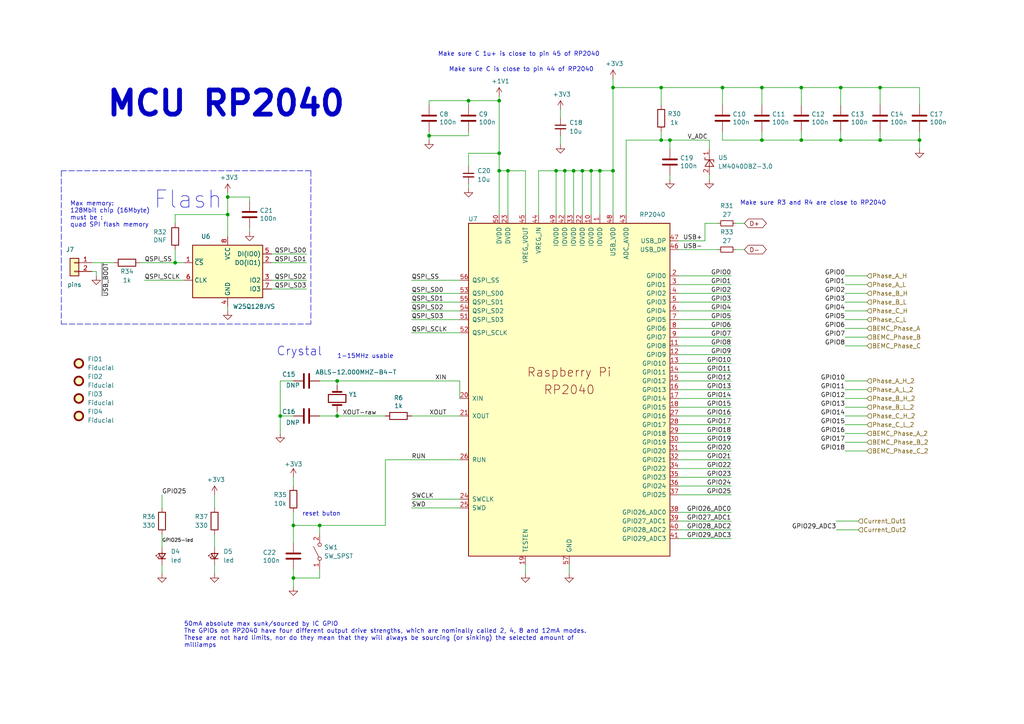
<source format=kicad_sch>
(kicad_sch (version 20211123) (generator eeschema)
  (paper "A4")
  (lib_symbols
    (symbol "Connector_Generic:Conn_01x02" (pin_names (offset 1.016) hide)
      (property "Reference" "J" (at 0 2.54 0))
      (property "Value" "Conn_01x02" (at 0 -5.08 0))
      (symbol "Conn_01x02_1_1"
        (rectangle (start -1.27 -2.413) (end 0 -2.667) (stroke (width 0.1524)))
        (rectangle (start -1.27 0.127) (end 0 -0.127) (stroke (width 0.1524)))
        (rectangle (start -1.27 1.27) (end 1.27 -3.81) (stroke (width 0.254)) (fill (type background)))
        (pin passive line (at -5.08 0 0) (length 3.81) (name "Pin_1") (number "1"))
        (pin passive line (at -5.08 -2.54 0) (length 3.81) (name "Pin_2") (number "2"))
      )
    )
    (symbol "Device:C" (pin_numbers hide) (pin_names (offset 0.254))
      (property "Reference" "C" (at 0.635 2.54 0))
      (property "Value" "C" (at 0.635 -2.54 0))
      (symbol "C_0_1"
        (polyline (pts (xy -2.032 -0.762) (xy 2.032 -0.762)) (stroke (width 0.508)))
        (polyline (pts (xy -2.032 0.762) (xy 2.032 0.762)) (stroke (width 0.508)))
      )
      (symbol "C_1_1"
        (pin passive line (at 0 3.81 270) (length 2.794) (name "~") (number "1"))
        (pin passive line (at 0 -3.81 90) (length 2.794) (name "~") (number "2"))
      )
    )
    (symbol "Device:C_Small" (pin_numbers hide) (pin_names (offset 0.254) hide)
      (property "Reference" "C" (at 0.254 1.778 0))
      (property "Value" "C_Small" (at 0.254 -2.032 0))
      (symbol "C_Small_0_1"
        (polyline (pts (xy -1.524 -0.508) (xy 1.524 -0.508)) (stroke (width 0.3302)))
        (polyline (pts (xy -1.524 0.508) (xy 1.524 0.508)) (stroke (width 0.3048)))
      )
      (symbol "C_Small_1_1"
        (pin passive line (at 0 2.54 270) (length 2.032) (name "~") (number "1"))
        (pin passive line (at 0 -2.54 90) (length 2.032) (name "~") (number "2"))
      )
    )
    (symbol "Device:Crystal" (pin_numbers hide) (pin_names (offset 1.016) hide)
      (property "Reference" "Y" (at 0 3.81 0))
      (property "Value" "Crystal" (at 0 -3.81 0))
      (symbol "Crystal_0_1"
        (rectangle (start -1.143 2.54) (end 1.143 -2.54) (stroke (width 0.3048)))
        (polyline (pts (xy -2.54 0) (xy -1.905 0)))
        (polyline (pts (xy -1.905 -1.27) (xy -1.905 1.27)) (stroke (width 0.508)))
        (polyline (pts (xy 1.905 -1.27) (xy 1.905 1.27)) (stroke (width 0.508)))
        (polyline (pts (xy 2.54 0) (xy 1.905 0)))
      )
      (symbol "Crystal_1_1"
        (pin passive line (at -3.81 0 0) (length 1.27) (name "1") (number "1"))
        (pin passive line (at 3.81 0 180) (length 1.27) (name "2") (number "2"))
      )
    )
    (symbol "Device:LED_Small" (pin_numbers hide) (pin_names (offset 0.254) hide)
      (property "Reference" "D" (at -1.27 3.175 0))
      (property "Value" "LED_Small" (at -4.445 -2.54 0))
      (symbol "LED_Small_0_1"
        (polyline (pts (xy -0.762 -1.016) (xy -0.762 1.016)) (stroke (width 0.254)))
        (polyline (pts (xy 1.016 0) (xy -0.762 0)))
        (polyline (pts (xy 0.762 -1.016) (xy -0.762 0) (xy 0.762 1.016) (xy 0.762 -1.016)) (stroke (width 0.254)))
        (polyline (pts (xy 0 0.762) (xy -0.508 1.27) (xy -0.254 1.27) (xy -0.508 1.27) (xy -0.508 1.016)))
        (polyline (pts (xy 0.508 1.27) (xy 0 1.778) (xy 0.254 1.778) (xy 0 1.778) (xy 0 1.524)))
      )
      (symbol "LED_Small_1_1"
        (pin passive line (at -2.54 0 0) (length 1.778) (name "K") (number "1"))
        (pin passive line (at 2.54 0 180) (length 1.778) (name "A") (number "2"))
      )
    )
    (symbol "Device:R" (pin_numbers hide) (pin_names (offset 0))
      (property "Reference" "R" (at 2.032 0 90))
      (property "Value" "R" (at 0 0 90))
      (symbol "R_0_1"
        (rectangle (start -1.016 -2.54) (end 1.016 2.54) (stroke (width 0.254)))
      )
      (symbol "R_1_1"
        (pin passive line (at 0 3.81 270) (length 1.27) (name "~") (number "1"))
        (pin passive line (at 0 -3.81 90) (length 1.27) (name "~") (number "2"))
      )
    )
    (symbol "Device:R_Small" (pin_numbers hide) (pin_names (offset 0.254) hide)
      (property "Reference" "R" (at 0.762 0.508 0))
      (property "Value" "R_Small" (at 0.762 -1.016 0))
      (symbol "R_Small_0_1"
        (rectangle (start -0.762 1.778) (end 0.762 -1.778) (stroke (width 0.2032)))
      )
      (symbol "R_Small_1_1"
        (pin passive line (at 0 2.54 270) (length 0.762) (name "~") (number "1"))
        (pin passive line (at 0 -2.54 90) (length 0.762) (name "~") (number "2"))
      )
    )
    (symbol "MCU_RaspberryPi_RP2040:RP2040" (pin_names (offset 1.016))
      (property "Reference" "U" (at -29.21 49.53 0))
      (property "Value" "RP2040" (at 24.13 -49.53 0))
      (symbol "RP2040_0_0"
        (text "Raspberry Pi" (at 0 5.08 0) (effects (font (size 2.54 2.54))))
        (text "RP2040" (at 0 0 0) (effects (font (size 2.54 2.54))))
      )
      (symbol "RP2040_0_1"
        (rectangle (start 29.21 48.26) (end -29.21 -48.26) (stroke (width 0.254)) (fill (type background)))
      )
      (symbol "RP2040_1_1"
        (pin power_in line (at 8.89 50.8 270) (length 2.54) (name "IOVDD") (number "1"))
        (pin power_in line (at 6.35 50.8 270) (length 2.54) (name "IOVDD") (number "10"))
        (pin bidirectional line (at 31.75 12.7 180) (length 2.54) (name "GPIO8") (number "11"))
        (pin bidirectional line (at 31.75 10.16 180) (length 2.54) (name "GPIO9") (number "12"))
        (pin bidirectional line (at 31.75 7.62 180) (length 2.54) (name "GPIO10") (number "13"))
        (pin bidirectional line (at 31.75 5.08 180) (length 2.54) (name "GPIO11") (number "14"))
        (pin bidirectional line (at 31.75 2.54 180) (length 2.54) (name "GPIO12") (number "15"))
        (pin bidirectional line (at 31.75 0 180) (length 2.54) (name "GPIO13") (number "16"))
        (pin bidirectional line (at 31.75 -2.54 180) (length 2.54) (name "GPIO14") (number "17"))
        (pin bidirectional line (at 31.75 -5.08 180) (length 2.54) (name "GPIO15") (number "18"))
        (pin passive line (at -12.7 -50.8 90) (length 2.54) (name "TESTEN") (number "19"))
        (pin bidirectional line (at 31.75 33.02 180) (length 2.54) (name "GPIO0") (number "2"))
        (pin input line (at -31.75 -2.54 0) (length 2.54) (name "XIN") (number "20"))
        (pin passive line (at -31.75 -7.62 0) (length 2.54) (name "XOUT") (number "21"))
        (pin power_in line (at 3.81 50.8 270) (length 2.54) (name "IOVDD") (number "22"))
        (pin power_in line (at -17.78 50.8 270) (length 2.54) (name "DVDD") (number "23"))
        (pin output line (at -31.75 -31.75 0) (length 2.54) (name "SWCLK") (number "24"))
        (pin bidirectional line (at -31.75 -34.29 0) (length 2.54) (name "SWD") (number "25"))
        (pin input line (at -31.75 -20.32 0) (length 2.54) (name "RUN") (number "26"))
        (pin bidirectional line (at 31.75 -7.62 180) (length 2.54) (name "GPIO16") (number "27"))
        (pin bidirectional line (at 31.75 -10.16 180) (length 2.54) (name "GPIO17") (number "28"))
        (pin bidirectional line (at 31.75 -12.7 180) (length 2.54) (name "GPIO18") (number "29"))
        (pin bidirectional line (at 31.75 30.48 180) (length 2.54) (name "GPIO1") (number "3"))
        (pin bidirectional line (at 31.75 -15.24 180) (length 2.54) (name "GPIO19") (number "30"))
        (pin bidirectional line (at 31.75 -17.78 180) (length 2.54) (name "GPIO20") (number "31"))
        (pin bidirectional line (at 31.75 -20.32 180) (length 2.54) (name "GPIO21") (number "32"))
        (pin power_in line (at 1.27 50.8 270) (length 2.54) (name "IOVDD") (number "33"))
        (pin bidirectional line (at 31.75 -22.86 180) (length 2.54) (name "GPIO22") (number "34"))
        (pin bidirectional line (at 31.75 -25.4 180) (length 2.54) (name "GPIO23") (number "35"))
        (pin bidirectional line (at 31.75 -27.94 180) (length 2.54) (name "GPIO24") (number "36"))
        (pin bidirectional line (at 31.75 -30.48 180) (length 2.54) (name "GPIO25") (number "37"))
        (pin bidirectional line (at 31.75 -35.56 180) (length 2.54) (name "GPIO26_ADC0") (number "38"))
        (pin bidirectional line (at 31.75 -38.1 180) (length 2.54) (name "GPIO27_ADC1") (number "39"))
        (pin bidirectional line (at 31.75 27.94 180) (length 2.54) (name "GPIO2") (number "4"))
        (pin bidirectional line (at 31.75 -40.64 180) (length 2.54) (name "GPIO28_ADC2") (number "40"))
        (pin bidirectional line (at 31.75 -43.18 180) (length 2.54) (name "GPIO29_ADC3") (number "41"))
        (pin power_in line (at -1.27 50.8 270) (length 2.54) (name "IOVDD") (number "42"))
        (pin power_in line (at 16.51 50.8 270) (length 2.54) (name "ADC_AVDD") (number "43"))
        (pin power_in line (at -8.89 50.8 270) (length 2.54) (name "VREG_IN") (number "44"))
        (pin power_out line (at -12.7 50.8 270) (length 2.54) (name "VREG_VOUT") (number "45"))
        (pin bidirectional line (at 31.75 40.64 180) (length 2.54) (name "USB_DM") (number "46"))
        (pin bidirectional line (at 31.75 43.18 180) (length 2.54) (name "USB_DP") (number "47"))
        (pin power_in line (at 12.7 50.8 270) (length 2.54) (name "USB_VDD") (number "48"))
        (pin power_in line (at -3.81 50.8 270) (length 2.54) (name "IOVDD") (number "49"))
        (pin bidirectional line (at 31.75 25.4 180) (length 2.54) (name "GPIO3") (number "5"))
        (pin power_in line (at -20.32 50.8 270) (length 2.54) (name "DVDD") (number "50"))
        (pin bidirectional line (at -31.75 20.32 0) (length 2.54) (name "QSPI_SD3") (number "51"))
        (pin output line (at -31.75 16.51 0) (length 2.54) (name "QSPI_SCLK") (number "52"))
        (pin bidirectional line (at -31.75 27.94 0) (length 2.54) (name "QSPI_SD0") (number "53"))
        (pin bidirectional line (at -31.75 22.86 0) (length 2.54) (name "QSPI_SD2") (number "54"))
        (pin bidirectional line (at -31.75 25.4 0) (length 2.54) (name "QSPI_SD1") (number "55"))
        (pin bidirectional line (at -31.75 31.75 0) (length 2.54) (name "QSPI_SS") (number "56"))
        (pin power_in line (at 0 -50.8 90) (length 2.54) (name "GND") (number "57"))
        (pin bidirectional line (at 31.75 22.86 180) (length 2.54) (name "GPIO4") (number "6"))
        (pin bidirectional line (at 31.75 20.32 180) (length 2.54) (name "GPIO5") (number "7"))
        (pin bidirectional line (at 31.75 17.78 180) (length 2.54) (name "GPIO6") (number "8"))
        (pin bidirectional line (at 31.75 15.24 180) (length 2.54) (name "GPIO7") (number "9"))
      )
    )
    (symbol "Mechanical:Fiducial"
      (property "Reference" "FID" (at 0 5.08 0))
      (property "Value" "Fiducial" (at 0 3.175 0))
      (symbol "Fiducial_0_1"
        (circle (center 0 0) (radius 1.27) (stroke (width 0.508)) (fill (type background)))
      )
    )
    (symbol "Memory_Flash:W25Q128JVS"
      (property "Reference" "U" (at -8.89 8.89 0))
      (property "Value" "W25Q128JVS" (at 7.62 8.89 0))
      (symbol "W25Q128JVS_0_1"
        (rectangle (start -10.16 7.62) (end 10.16 -7.62) (stroke (width 0.254)) (fill (type background)))
      )
      (symbol "W25Q128JVS_1_1"
        (pin input line (at -12.7 2.54 0) (length 2.54) (name "~{CS}") (number "1"))
        (pin bidirectional line (at 12.7 2.54 180) (length 2.54) (name "DO(IO1)") (number "2"))
        (pin bidirectional line (at 12.7 -2.54 180) (length 2.54) (name "IO2") (number "3"))
        (pin power_in line (at 0 -10.16 90) (length 2.54) (name "GND") (number "4"))
        (pin bidirectional line (at 12.7 5.08 180) (length 2.54) (name "DI(IO0)") (number "5"))
        (pin input line (at -12.7 -2.54 0) (length 2.54) (name "CLK") (number "6"))
        (pin bidirectional line (at 12.7 -5.08 180) (length 2.54) (name "IO3") (number "7"))
        (pin power_in line (at 0 10.16 270) (length 2.54) (name "VCC") (number "8"))
      )
    )
    (symbol "Reference_Voltage:LM4040DBZ-2.0" (pin_names (offset 0.0254) hide)
      (property "Reference" "U" (at 0 2.54 0))
      (property "Value" "LM4040DBZ-2.0" (at 0 -3.175 0))
      (symbol "LM4040DBZ-2.0_0_1"
        (polyline (pts (xy -1.27 0) (xy 0 0) (xy 1.27 0)))
        (polyline (pts (xy -1.27 -1.27) (xy 0.635 0) (xy -1.27 1.27) (xy -1.27 -1.27)) (stroke (width 0.2032)))
        (polyline (pts (xy 0 -1.27) (xy 0.635 -1.27) (xy 0.635 1.27) (xy 1.27 1.27)) (stroke (width 0.2032)))
      )
      (symbol "LM4040DBZ-2.0_1_1"
        (pin passive line (at 3.81 0 180) (length 2.54) (name "K") (number "1"))
        (pin passive line (at -3.81 0 0) (length 2.54) (name "A") (number "2"))
      )
    )
    (symbol "Switch:SW_SPST" (pin_names (offset 0) hide)
      (property "Reference" "SW" (at 0 3.175 0))
      (property "Value" "SW_SPST" (at 0 -2.54 0))
      (symbol "SW_SPST_0_0"
        (circle (center -2.032 0) (radius 0.508))
        (polyline (pts (xy -1.524 0.254) (xy 1.524 1.778)))
        (circle (center 2.032 0) (radius 0.508))
      )
      (symbol "SW_SPST_1_1"
        (pin passive line (at -5.08 0 0) (length 2.54) (name "A") (number "1"))
        (pin passive line (at 5.08 0 180) (length 2.54) (name "B") (number "2"))
      )
    )
    (symbol "power:+1V1" (power) (pin_names (offset 0))
      (property "Value" "+1V1" (at 0 3.556 0))
      (symbol "+1V1_0_1"
        (polyline (pts (xy -0.762 1.27) (xy 0 2.54)))
        (polyline (pts (xy 0 0) (xy 0 2.54)))
        (polyline (pts (xy 0 2.54) (xy 0.762 1.27)))
      )
      (symbol "+1V1_1_1"
        (pin power_in line (at 0 0 90) (length 0) hide (name "+1V1") (number "1"))
      )
    )
    (symbol "power:+3V3" (power) (pin_names (offset 0))
      (property "Value" "+3V3" (at 0 3.556 0))
      (symbol "+3V3_0_1"
        (polyline (pts (xy -0.762 1.27) (xy 0 2.54)))
        (polyline (pts (xy 0 0) (xy 0 2.54)))
        (polyline (pts (xy 0 2.54) (xy 0.762 1.27)))
      )
      (symbol "+3V3_1_1"
        (pin power_in line (at 0 0 90) (length 0) hide (name "+3V3") (number "1"))
      )
    )
    (symbol "power:GND" (power) (pin_names (offset 0))
      (property "Value" "GND" (at 0 -3.81 0))
      (symbol "GND_0_1"
        (polyline (pts (xy 0 0) (xy 0 -1.27) (xy 1.27 -1.27) (xy 0 -2.54) (xy -1.27 -1.27) (xy 0 -1.27)))
      )
      (symbol "GND_1_1"
        (pin power_in line (at 0 0 270) (length 0) hide (name "GND") (number "1"))
      )
    )
  )
  (junction (at 50.8 76.2))
  (junction (at 220.98 40.64))
  (junction (at 144.78 29.21))
  (junction (at 255.27 25.4))
  (junction (at 171.45 49.53))
  (junction (at 220.98 25.4))
  (junction (at 266.7 40.64))
  (junction (at 66.04 62.23))
  (junction (at 177.8 49.53))
  (junction (at 147.32 49.53))
  (junction (at 85.09 152.4))
  (junction (at 173.99 49.53))
  (junction (at 144.78 49.53))
  (junction (at 194.31 40.64))
  (junction (at 135.89 29.21))
  (junction (at 81.28 120.65))
  (junction (at 97.79 120.65))
  (junction (at 243.84 40.64))
  (junction (at 161.29 49.53))
  (junction (at 168.91 49.53))
  (junction (at 163.83 49.53))
  (junction (at 243.84 25.4))
  (junction (at 66.04 57.15))
  (junction (at 97.79 110.49))
  (junction (at 85.09 167.64))
  (junction (at 124.46 39.37))
  (junction (at 92.71 152.4))
  (junction (at 191.77 40.64))
  (junction (at 232.41 25.4))
  (junction (at 166.37 49.53))
  (junction (at 177.8 25.4))
  (junction (at 209.55 25.4))
  (junction (at 232.41 40.64))
  (junction (at 255.27 40.64))
  (junction (at 144.78 44.45))
  (junction (at 191.77 25.4))
  (wire (pts (xy 92.71 120.65) (xy 97.79 120.65)))
  (wire (pts (xy 181.61 40.64) (xy 191.77 40.64)))
  (wire (pts (xy 97.79 110.49) (xy 133.35 110.49)))
  (wire (pts (xy 66.04 62.23) (xy 66.04 68.58)))
  (wire (pts (xy 196.85 113.03) (xy 212.09 113.03)))
  (wire (pts (xy 156.21 62.23) (xy 156.21 49.53)))
  (wire (pts (xy 41.91 81.28) (xy 53.34 81.28)))
  (wire (pts (xy 245.11 90.17) (xy 251.46 90.17)))
  (wire (pts (xy 245.11 110.49) (xy 251.46 110.49)))
  (wire (pts (xy 92.71 152.4) (xy 111.76 152.4)))
  (wire (pts (xy 242.57 153.67) (xy 248.92 153.67)))
  (wire (pts (xy 171.45 49.53) (xy 173.99 49.53)))
  (wire (pts (xy 255.27 25.4) (xy 255.27 30.48)))
  (wire (pts (xy 191.77 40.64) (xy 191.77 38.1)))
  (polyline (pts (xy 17.78 93.98) (xy 90.17 93.98)))
  (wire (pts (xy 196.85 87.63) (xy 212.09 87.63)))
  (wire (pts (xy 196.85 130.81) (xy 212.09 130.81)))
  (wire (pts (xy 133.35 81.28) (xy 119.38 81.28)))
  (wire (pts (xy 92.71 152.4) (xy 92.71 154.94)))
  (wire (pts (xy 111.76 133.35) (xy 111.76 152.4)))
  (wire (pts (xy 133.35 115.57) (xy 133.35 110.49)))
  (wire (pts (xy 119.38 120.65) (xy 133.35 120.65)))
  (wire (pts (xy 194.31 40.64) (xy 191.77 40.64)))
  (wire (pts (xy 124.46 39.37) (xy 124.46 40.64)))
  (wire (pts (xy 135.89 44.45) (xy 144.78 44.45)))
  (wire (pts (xy 144.78 27.94) (xy 144.78 29.21)))
  (wire (pts (xy 245.11 100.33) (xy 251.46 100.33)))
  (wire (pts (xy 245.11 97.79) (xy 251.46 97.79)))
  (wire (pts (xy 50.8 62.23) (xy 66.04 62.23)))
  (wire (pts (xy 119.38 85.09) (xy 133.35 85.09)))
  (wire (pts (xy 85.09 167.64) (xy 92.71 167.64)))
  (wire (pts (xy 166.37 62.23) (xy 166.37 49.53)))
  (wire (pts (xy 196.85 120.65) (xy 212.09 120.65)))
  (wire (pts (xy 209.55 25.4) (xy 220.98 25.4)))
  (wire (pts (xy 245.11 118.11) (xy 251.46 118.11)))
  (wire (pts (xy 255.27 25.4) (xy 243.84 25.4)))
  (wire (pts (xy 133.35 96.52) (xy 119.38 96.52)))
  (wire (pts (xy 50.8 72.39) (xy 50.8 76.2)))
  (wire (pts (xy 196.85 102.87) (xy 212.09 102.87)))
  (wire (pts (xy 191.77 25.4) (xy 209.55 25.4)))
  (wire (pts (xy 62.23 143.51) (xy 62.23 147.32)))
  (wire (pts (xy 177.8 25.4) (xy 177.8 49.53)))
  (wire (pts (xy 85.09 167.64) (xy 85.09 170.18)))
  (wire (pts (xy 124.46 29.21) (xy 135.89 29.21)))
  (polyline (pts (xy 90.17 49.53) (xy 90.17 93.98)))
  (wire (pts (xy 50.8 76.2) (xy 53.34 76.2)))
  (wire (pts (xy 92.71 165.1) (xy 92.71 167.64)))
  (wire (pts (xy 163.83 49.53) (xy 166.37 49.53)))
  (wire (pts (xy 255.27 40.64) (xy 266.7 40.64)))
  (wire (pts (xy 196.85 156.21) (xy 212.09 156.21)))
  (wire (pts (xy 27.94 78.74) (xy 27.94 80.01)))
  (wire (pts (xy 147.32 62.23) (xy 147.32 49.53)))
  (wire (pts (xy 50.8 64.77) (xy 50.8 62.23)))
  (wire (pts (xy 255.27 25.4) (xy 266.7 25.4)))
  (wire (pts (xy 196.85 151.13) (xy 212.09 151.13)))
  (wire (pts (xy 66.04 57.15) (xy 66.04 62.23)))
  (wire (pts (xy 133.35 144.78) (xy 119.38 144.78)))
  (wire (pts (xy 245.11 92.71) (xy 251.46 92.71)))
  (wire (pts (xy 245.11 128.27) (xy 251.46 128.27)))
  (wire (pts (xy 85.09 152.4) (xy 92.71 152.4)))
  (wire (pts (xy 196.85 140.97) (xy 212.09 140.97)))
  (wire (pts (xy 205.74 40.64) (xy 205.74 43.18)))
  (wire (pts (xy 168.91 49.53) (xy 171.45 49.53)))
  (wire (pts (xy 245.11 115.57) (xy 251.46 115.57)))
  (wire (pts (xy 85.09 165.1) (xy 85.09 167.64)))
  (wire (pts (xy 243.84 25.4) (xy 232.41 25.4)))
  (wire (pts (xy 196.85 133.35) (xy 212.09 133.35)))
  (wire (pts (xy 243.84 25.4) (xy 243.84 30.48)))
  (wire (pts (xy 156.21 49.53) (xy 161.29 49.53)))
  (wire (pts (xy 196.85 143.51) (xy 212.09 143.51)))
  (wire (pts (xy 196.85 148.59) (xy 212.09 148.59)))
  (wire (pts (xy 196.85 115.57) (xy 212.09 115.57)))
  (wire (pts (xy 220.98 25.4) (xy 220.98 30.48)))
  (polyline (pts (xy 17.78 49.53) (xy 17.78 93.98)))
  (wire (pts (xy 161.29 62.23) (xy 161.29 49.53)))
  (wire (pts (xy 245.11 125.73) (xy 251.46 125.73)))
  (wire (pts (xy 147.32 49.53) (xy 144.78 49.53)))
  (wire (pts (xy 245.11 82.55) (xy 251.46 82.55)))
  (wire (pts (xy 81.28 110.49) (xy 81.28 120.65)))
  (wire (pts (xy 92.71 110.49) (xy 97.79 110.49)))
  (wire (pts (xy 191.77 25.4) (xy 191.77 30.48)))
  (wire (pts (xy 85.09 152.4) (xy 85.09 157.48)))
  (wire (pts (xy 124.46 39.37) (xy 135.89 39.37)))
  (wire (pts (xy 255.27 38.1) (xy 255.27 40.64)))
  (wire (pts (xy 152.4 163.83) (xy 152.4 166.37)))
  (wire (pts (xy 135.89 48.26) (xy 135.89 44.45)))
  (wire (pts (xy 232.41 25.4) (xy 232.41 30.48)))
  (wire (pts (xy 78.74 76.2) (xy 88.9 76.2)))
  (wire (pts (xy 85.09 138.43) (xy 85.09 140.97)))
  (wire (pts (xy 196.85 118.11) (xy 212.09 118.11)))
  (wire (pts (xy 78.74 73.66) (xy 88.9 73.66)))
  (wire (pts (xy 133.35 133.35) (xy 111.76 133.35)))
  (wire (pts (xy 196.85 153.67) (xy 212.09 153.67)))
  (wire (pts (xy 133.35 147.32) (xy 119.38 147.32)))
  (wire (pts (xy 46.99 154.94) (xy 46.99 158.75)))
  (wire (pts (xy 135.89 53.34) (xy 135.89 54.61)))
  (wire (pts (xy 168.91 62.23) (xy 168.91 49.53)))
  (wire (pts (xy 173.99 49.53) (xy 173.99 62.23)))
  (wire (pts (xy 40.64 76.2) (xy 50.8 76.2)))
  (wire (pts (xy 266.7 30.48) (xy 266.7 25.4)))
  (wire (pts (xy 135.89 39.37) (xy 135.89 38.1)))
  (wire (pts (xy 152.4 62.23) (xy 152.4 49.53)))
  (wire (pts (xy 173.99 49.53) (xy 177.8 49.53)))
  (wire (pts (xy 242.57 151.13) (xy 248.92 151.13)))
  (wire (pts (xy 177.8 62.23) (xy 177.8 49.53)))
  (wire (pts (xy 255.27 40.64) (xy 243.84 40.64)))
  (wire (pts (xy 72.39 58.42) (xy 72.39 57.15)))
  (wire (pts (xy 163.83 62.23) (xy 163.83 49.53)))
  (wire (pts (xy 135.89 29.21) (xy 144.78 29.21)))
  (wire (pts (xy 204.47 64.77) (xy 204.47 69.85)))
  (wire (pts (xy 245.11 130.81) (xy 251.46 130.81)))
  (polyline (pts (xy 90.17 49.53) (xy 17.78 49.53)))
  (wire (pts (xy 181.61 62.23) (xy 181.61 40.64)))
  (wire (pts (xy 196.85 123.19) (xy 212.09 123.19)))
  (wire (pts (xy 78.74 83.82) (xy 88.9 83.82)))
  (wire (pts (xy 243.84 38.1) (xy 243.84 40.64)))
  (wire (pts (xy 245.11 87.63) (xy 251.46 87.63)))
  (wire (pts (xy 177.8 25.4) (xy 191.77 25.4)))
  (wire (pts (xy 194.31 50.8) (xy 194.31 52.07)))
  (wire (pts (xy 81.28 120.65) (xy 81.28 125.73)))
  (wire (pts (xy 196.85 138.43) (xy 212.09 138.43)))
  (wire (pts (xy 209.55 25.4) (xy 209.55 30.48)))
  (wire (pts (xy 97.79 120.65) (xy 111.76 120.65)))
  (wire (pts (xy 177.8 22.86) (xy 177.8 25.4)))
  (wire (pts (xy 165.1 163.83) (xy 165.1 166.37)))
  (wire (pts (xy 66.04 55.88) (xy 66.04 57.15)))
  (wire (pts (xy 171.45 62.23) (xy 171.45 49.53)))
  (wire (pts (xy 119.38 92.71) (xy 133.35 92.71)))
  (wire (pts (xy 196.85 82.55) (xy 212.09 82.55)))
  (wire (pts (xy 213.36 64.77) (xy 215.9 64.77)))
  (wire (pts (xy 232.41 25.4) (xy 220.98 25.4)))
  (wire (pts (xy 196.85 85.09) (xy 212.09 85.09)))
  (wire (pts (xy 245.11 113.03) (xy 251.46 113.03)))
  (wire (pts (xy 213.36 72.39) (xy 215.9 72.39)))
  (wire (pts (xy 62.23 154.94) (xy 62.23 158.75)))
  (wire (pts (xy 196.85 105.41) (xy 212.09 105.41)))
  (wire (pts (xy 72.39 66.04) (xy 72.39 67.31)))
  (wire (pts (xy 46.99 163.83) (xy 46.99 166.37)))
  (wire (pts (xy 81.28 110.49) (xy 85.09 110.49)))
  (wire (pts (xy 161.29 49.53) (xy 163.83 49.53)))
  (wire (pts (xy 220.98 38.1) (xy 220.98 40.64)))
  (wire (pts (xy 124.46 30.48) (xy 124.46 29.21)))
  (wire (pts (xy 205.74 52.07) (xy 205.74 50.8)))
  (wire (pts (xy 245.11 123.19) (xy 251.46 123.19)))
  (wire (pts (xy 97.79 119.38) (xy 97.79 120.65)))
  (wire (pts (xy 266.7 40.64) (xy 266.7 43.18)))
  (wire (pts (xy 166.37 49.53) (xy 168.91 49.53)))
  (wire (pts (xy 135.89 30.48) (xy 135.89 29.21)))
  (wire (pts (xy 85.09 148.59) (xy 85.09 152.4)))
  (wire (pts (xy 196.85 97.79) (xy 212.09 97.79)))
  (wire (pts (xy 196.85 80.01) (xy 212.09 80.01)))
  (wire (pts (xy 124.46 38.1) (xy 124.46 39.37)))
  (wire (pts (xy 245.11 85.09) (xy 251.46 85.09)))
  (wire (pts (xy 119.38 87.63) (xy 133.35 87.63)))
  (wire (pts (xy 220.98 40.64) (xy 209.55 40.64)))
  (wire (pts (xy 204.47 64.77) (xy 208.28 64.77)))
  (wire (pts (xy 194.31 43.18) (xy 194.31 40.64)))
  (wire (pts (xy 144.78 49.53) (xy 144.78 62.23)))
  (wire (pts (xy 162.56 39.37) (xy 162.56 41.91)))
  (wire (pts (xy 196.85 95.25) (xy 212.09 95.25)))
  (wire (pts (xy 245.11 80.01) (xy 251.46 80.01)))
  (wire (pts (xy 266.7 38.1) (xy 266.7 40.64)))
  (wire (pts (xy 119.38 90.17) (xy 133.35 90.17)))
  (wire (pts (xy 144.78 44.45) (xy 144.78 49.53)))
  (wire (pts (xy 72.39 57.15) (xy 66.04 57.15)))
  (wire (pts (xy 196.85 90.17) (xy 212.09 90.17)))
  (wire (pts (xy 62.23 163.83) (xy 62.23 166.37)))
  (wire (pts (xy 144.78 29.21) (xy 144.78 44.45)))
  (wire (pts (xy 152.4 49.53) (xy 147.32 49.53)))
  (wire (pts (xy 162.56 31.75) (xy 162.56 34.29)))
  (wire (pts (xy 232.41 38.1) (xy 232.41 40.64)))
  (wire (pts (xy 196.85 128.27) (xy 212.09 128.27)))
  (wire (pts (xy 66.04 88.9) (xy 66.04 90.17)))
  (wire (pts (xy 196.85 72.39) (xy 208.28 72.39)))
  (wire (pts (xy 245.11 95.25) (xy 251.46 95.25)))
  (wire (pts (xy 245.11 120.65) (xy 251.46 120.65)))
  (wire (pts (xy 196.85 107.95) (xy 212.09 107.95)))
  (wire (pts (xy 46.99 143.51) (xy 46.99 147.32)))
  (wire (pts (xy 196.85 92.71) (xy 212.09 92.71)))
  (wire (pts (xy 196.85 110.49) (xy 212.09 110.49)))
  (wire (pts (xy 26.67 76.2) (xy 33.02 76.2)))
  (wire (pts (xy 81.28 120.65) (xy 85.09 120.65)))
  (wire (pts (xy 196.85 125.73) (xy 212.09 125.73)))
  (wire (pts (xy 209.55 38.1) (xy 209.55 40.64)))
  (wire (pts (xy 232.41 40.64) (xy 220.98 40.64)))
  (wire (pts (xy 97.79 111.76) (xy 97.79 110.49)))
  (wire (pts (xy 78.74 81.28) (xy 88.9 81.28)))
  (wire (pts (xy 205.74 40.64) (xy 194.31 40.64)))
  (wire (pts (xy 26.67 78.74) (xy 27.94 78.74)))
  (wire (pts (xy 196.85 69.85) (xy 204.47 69.85)))
  (wire (pts (xy 196.85 135.89) (xy 212.09 135.89)))
  (wire (pts (xy 196.85 100.33) (xy 212.09 100.33)))
  (wire (pts (xy 243.84 40.64) (xy 232.41 40.64)))
  (text "MCU RP2040" (at 30.48 34.29 0) (effects (font (size 7 7) (thickness 1.4) bold) (justify left bottom)))
  (text "Make sure C is close to pin 44 of RP2040" (at 130.175 20.955 0) (effects (font (size 1.27 1.27)) (justify left bottom)))
  (text "reset buton" (at 87.63 149.86 0) (effects (font (size 1.27 1.27)) (justify left bottom)))
  (text "1-15MHz usable" (at 97.79 104.14 0) (effects (font (size 1.27 1.27)) (justify left bottom)))
  (text "Max memory:\n128Mbit chip (16Mbyte)\nmust be :\nquad SPI flash memory" (at 20.32 66.04 0) (effects (font (size 1.27 1.27)) (justify left bottom)))
  (text "Flash" (at 44.45 60.96 0) (effects (font (size 5 5)) (justify left bottom)))
  (text "50mA absolute max sunk/sourced by IC GPIO\nThe GPIOs on RP2040 have four different output drive strengths, which are nominally called 2, 4, 8 and 12mA modes.\nThese are not hard limits, nor do they mean that they will always be sourcing (or sinking) the selected amount of\nmilliamps" (at 53.34 187.96 0) (effects (font (size 1.27 1.27)) (justify left bottom)))
  (text "Make sure C 1u+ is close to pin 45 of RP2040" (at 127 16.51 0) (effects (font (size 1.27 1.27)) (justify left bottom)))
  (text "Make sure R3 and R4 are close to RP2040" (at 214.63 59.69 0) (effects (font (size 1.27 1.27)) (justify left bottom)))
  (text "Crystal" (at 80.137 103.505 0) (effects (font (size 2.54 2.54)) (justify left bottom)))
  (label "QSPI_SD2" (at 88.9 81.28 180))
  (label "GPIO18" (at 245.11 130.81 180))
  (label "GPIO12" (at 245.11 115.57 180))
  (label "GPIO27_ADC1" (at 212.09 151.13 180))
  (label "GPIO11" (at 245.11 113.03 180))
  (label "GPIO1" (at 245.11 82.55 180))
  (label "GPIO29_ADC3" (at 242.57 153.67 180))
  (label "GPIO25" (at 46.99 143.51 0))
  (label "XOUT-raw" (at 109.22 120.65 180))
  (label "GPIO7" (at 212.09 97.79 180))
  (label "QSPI_SCLK" (at 41.91 81.28 0))
  (label "GPIO3" (at 212.09 87.63 180))
  (label "GPIO5" (at 212.09 92.71 180))
  (label "QSPI_SD3" (at 119.38 92.71 0))
  (label "GPIO13" (at 212.09 113.03 180))
  (label "USB-" (at 198.12 72.39 0))
  (label "GPIO19" (at 212.09 128.27 180))
  (label "GPIO22" (at 212.09 135.89 180))
  (label "GPIO26_ADC0" (at 212.09 148.59 180))
  (label "GPIO16" (at 212.09 120.65 180))
  (label "GPIO23" (at 212.09 138.43 180))
  (label "GPIO25" (at 212.09 143.51 180))
  (label "GPIO29_ADC3" (at 212.09 156.21 180))
  (label "GPIO3" (at 245.11 87.63 180))
  (label "XIN" (at 129.54 110.49 180))
  (label "GPIO2" (at 245.11 85.09 180))
  (label "XOUT" (at 129.54 120.65 180))
  (label "GPIO12" (at 212.09 110.49 180))
  (label "GPIO15" (at 245.11 123.19 180))
  (label "GPIO2" (at 212.09 85.09 180))
  (label "QSPI_SS" (at 41.91 76.2 0))
  (label "QSPI_SS" (at 119.38 81.28 0))
  (label "QSPI_SCLK" (at 119.38 96.52 0))
  (label "SWD" (at 119.38 147.32 0))
  (label "GPIO24" (at 212.09 140.97 180))
  (label "GPIO8" (at 245.11 100.33 180))
  (label "GPIO4" (at 212.09 90.17 180))
  (label "QSPI_SD3" (at 88.9 83.82 180))
  (label "V_ADC" (at 199.39 40.64 0))
  (label "USB+" (at 198.12 69.85 0))
  (label "GPIO11" (at 212.09 107.95 180))
  (label "GPIO13" (at 245.11 118.11 180))
  (label "GPIO0" (at 245.11 80.01 180))
  (label "GPIO8" (at 212.09 100.33 180))
  (label "QSPI_SD0" (at 119.38 85.09 0))
  (label "GPIO16" (at 245.11 125.73 180))
  (label "GPIO17" (at 245.11 128.27 180))
  (label "GPIO17" (at 212.09 123.19 180))
  (label "GPIO6" (at 212.09 95.25 180))
  (label "QSPI_SD0" (at 88.9 73.66 180))
  (label "GPIO10" (at 212.09 105.41 180))
  (label "GPIO21" (at 212.09 133.35 180))
  (label "GPIO7" (at 245.11 97.79 180))
  (label "~{USB_BOOT}" (at 31.75 76.2 270))
  (label "QSPI_SD1" (at 119.38 87.63 0))
  (label "GPIO14" (at 212.09 115.57 180))
  (label "GPIO20" (at 212.09 130.81 180))
  (label "GPIO9" (at 212.09 102.87 180))
  (label "SWCLK" (at 119.38 144.78 0))
  (label "GPIO18" (at 212.09 125.73 180))
  (label "GPIO5" (at 245.11 92.71 180))
  (label "GPIO1" (at 212.09 82.55 180))
  (label "QSPI_SD1" (at 88.9 76.2 180))
  (label "GPIO15" (at 212.09 118.11 180))
  (label "GPIO6" (at 245.11 95.25 180))
  (label "GPIO28_ADC2" (at 212.09 153.67 180))
  (label "GPIO14" (at 245.11 120.65 180))
  (label "QSPI_SD2" (at 119.38 90.17 0))
  (label "GPIO25-led" (at 46.99 157.48 0) (effects (font (size 1 1))))
  (label "GPIO0" (at 212.09 80.01 180))
  (label "RUN" (at 119.38 133.35 0))
  (label "GPIO10" (at 245.11 110.49 180))
  (label "GPIO4" (at 245.11 90.17 180))
  (global_label "D-" (shape bidirectional) (at 215.9 72.39 0) (property "Intersheet References" "${INTERSHEET_REFS}" (effects hide)))
  (global_label "D+" (shape bidirectional) (at 215.9 64.77 0) (property "Intersheet References" "${INTERSHEET_REFS}" (effects hide)))
  (hierarchical_label "Phase_B_H_2" (shape input) (at 251.46 115.57 0))
  (hierarchical_label "BEMC_Phase_A" (shape input) (at 251.46 95.25 0))
  (hierarchical_label "Phase_C_L_2" (shape input) (at 251.46 123.19 0))
  (hierarchical_label "BEMC_Phase_C_2" (shape input) (at 251.46 130.81 0))
  (hierarchical_label "BEMC_Phase_B" (shape input) (at 251.46 97.79 0))
  (hierarchical_label "Phase_A_L" (shape input) (at 251.46 82.55 0))
  (hierarchical_label "Phase_B_H" (shape input) (at 251.46 85.09 0))
  (hierarchical_label "Phase_C_H_2" (shape input) (at 251.46 120.65 0))
  (hierarchical_label "BEMC_Phase_C" (shape input) (at 251.46 100.33 0))
  (hierarchical_label "Phase_A_H" (shape input) (at 251.46 80.01 0))
  (hierarchical_label "Current_Out2" (shape input) (at 248.92 153.67 0))
  (hierarchical_label "Phase_A_L_2" (shape input) (at 251.46 113.03 0))
  (hierarchical_label "Current_Out1" (shape input) (at 248.92 151.13 0))
  (hierarchical_label "Phase_A_H_2" (shape input) (at 251.46 110.49 0))
  (hierarchical_label "BEMC_Phase_B_2" (shape input) (at 251.46 128.27 0))
  (hierarchical_label "BEMC_Phase_A_2" (shape input) (at 251.46 125.73 0))
  (hierarchical_label "Phase_C_L" (shape input) (at 251.46 92.71 0))
  (hierarchical_label "Phase_B_L" (shape input) (at 251.46 87.63 0))
  (hierarchical_label "Phase_B_L_2" (shape input) (at 251.46 118.11 0))
  (hierarchical_label "Phase_C_H" (shape input) (at 251.46 90.17 0))
  (symbol (lib_id "Device:R_Small") (at 210.82 72.39 90) (unit 1)
    (property "Reference" "R33" (at 210.82 67.31 90))
    (property "Value" "27" (at 210.82 69.85 90))
    (property "Footprint" "Resistor_SMD:R_0603_1608Metric" (effects hide))
    (property "LCSC" "C25190" (effects hide))
  )
  (symbol (lib_id "Mechanical:Fiducial") (at 22.86 105.41 0) (unit 1) (in_bom no)
    (property "Reference" "FID1" (at 25.4 104.1399 0) (effects (justify left)))
    (property "Value" "Fiducial" (at 25.4 106.6799 0) (effects (justify left)))
    (property "Footprint" "Z_mycustom_footprint_lib:10x10_cm" (effects hide))
  )
  (symbol (lib_id "power:GND") (at 46.99 166.37 0) (mirror y) (unit 1)
    (property "Reference" "#PWR041" (effects hide))
    (property "Value" "GND" (effects hide))
  )
  (symbol (lib_id "power:GND") (at 85.09 170.18 0) (unit 1)
    (property "Reference" "#PWR043" (effects hide))
    (property "Value" "GND" (effects hide))
  )
  (symbol (lib_id "power:+3V3") (at 66.04 55.88 0) (unit 1)
    (property "Reference" "#PWR031" (effects hide))
    (property "Value" "+3V3" (at 66.421 51.4858 0))
  )
  (symbol (lib_id "Connector_Generic:Conn_01x02") (at 21.59 76.2 0) (mirror y) (unit 1)
    (property "Reference" "J7" (at 20.32 72.39 0))
    (property "Value" "pins" (at 21.59 82.55 0))
    (property "Footprint" "Connector_PinHeader_2.54mm:PinHeader_1x02_P2.54mm_Vertical" (effects hide))
  )
  (symbol (lib_id "Device:C") (at 232.41 34.29 0) (unit 1)
    (property "Reference" "C12" (at 235.331 33.1216 0) (effects (justify left)))
    (property "Value" "100n" (at 235.331 35.433 0) (effects (justify left)))
    (property "Footprint" "Capacitor_SMD:C_0603_1608Metric" (effects hide))
    (property "Datasheet" "https://jlcpcb.com/partdetail/Yageo-CC0603KRX7R9BB104/C14663" (effects hide))
    (property "LCSC" "C14663" (effects hide))
  )
  (symbol (lib_id "Mechanical:Fiducial") (at 22.86 115.57 0) (unit 1) (in_bom no)
    (property "Reference" "FID3" (at 25.4 114.2999 0) (effects (justify left)))
    (property "Value" "Fiducial" (at 25.4 116.8399 0) (effects (justify left)))
    (property "Footprint" "Symbol:KiCad-Logo2_5mm_SilkScreen" (effects hide))
  )
  (symbol (lib_id "MCU_RaspberryPi_RP2040:RP2040") (at 165.1 113.03 0) (unit 1)
    (property "Reference" "U7" (at 137.16 63.5 0))
    (property "Value" "RP2040" (at 189.23 62.23 0))
    (property "Footprint" "RP2040_minimal:RP2040-QFN-56" (effects hide))
    (property "LCSC" "C2040" (effects hide))
  )
  (symbol (lib_id "power:GND") (at 62.23 166.37 0) (mirror y) (unit 1)
    (property "Reference" "#PWR042" (effects hide))
    (property "Value" "GND" (effects hide))
  )
  (symbol (lib_id "power:GND") (at 162.56 41.91 0) (unit 1)
    (property "Reference" "#PWR026" (effects hide))
    (property "Value" "GND" (effects hide))
  )
  (symbol (lib_id "power:GND") (at 266.7 43.18 0) (unit 1)
    (property "Reference" "#PWR027" (effects hide))
    (property "Value" "GND" (effects hide))
  )
  (symbol (lib_id "power:+1V1") (at 144.78 27.94 0) (unit 1)
    (property "Reference" "#PWR023" (effects hide))
    (property "Value" "+1V1" (at 145.161 23.5458 0))
  )
  (symbol (lib_id "power:GND") (at 81.28 125.73 0) (unit 1)
    (property "Reference" "#PWR017" (effects hide))
    (property "Value" "GND" (effects hide))
  )
  (symbol (lib_id "power:+3V3") (at 162.56 31.75 0) (unit 1)
    (property "Reference" "#PWR024" (effects hide))
    (property "Value" "+3V3" (at 162.941 27.3558 0))
  )
  (symbol (lib_id "Mechanical:Fiducial") (at 22.86 110.49 0) (unit 1) (in_bom no)
    (property "Reference" "FID2" (at 25.4 109.2199 0) (effects (justify left)))
    (property "Value" "Fiducial" (at 25.4 111.7599 0) (effects (justify left)))
    (property "Footprint" "Fiducial:Fiducial_0.5mm_Mask1mm" (effects hide))
  )
  (symbol (lib_id "Device:Crystal") (at 97.79 115.57 270) (unit 1)
    (property "Reference" "Y1" (at 101.1174 114.4016 90) (effects (justify left)))
    (property "Value" "ABLS-12.000MHZ-B4-T" (at 91.44 107.95 90) (effects (justify left)))
    (property "Footprint" "Z_mycustom_footprint_lib:ATS120SM" (effects hide))
    (property "Datasheet" "https://ro.mouser.com/ProductDetail/774-ATS120SM" (effects hide))
  )
  (symbol (lib_id "power:GND") (at 205.74 52.07 0) (mirror y) (unit 1)
    (property "Reference" "#PWR029" (effects hide))
    (property "Value" "GND" (effects hide))
  )
  (symbol (lib_id "Device:C") (at 209.55 34.29 0) (unit 1)
    (property "Reference" "C10" (at 212.471 33.1216 0) (effects (justify left)))
    (property "Value" "100n" (at 212.471 35.433 0) (effects (justify left)))
    (property "Footprint" "Capacitor_SMD:C_0603_1608Metric" (effects hide))
    (property "Datasheet" "https://jlcpcb.com/partdetail/Yageo-CC0603KRX7R9BB104/C14663" (effects hide))
    (property "LCSC" "C14663" (effects hide))
  )
  (symbol (lib_id "power:GND") (at 152.4 166.37 0) (unit 1)
    (property "Reference" "#PWR019" (effects hide))
    (property "Value" "GND" (effects hide))
  )
  (symbol (lib_id "Device:C") (at 88.9 110.49 90) (unit 1)
    (property "Reference" "C15" (at 85.725 108.585 90) (effects (justify left)))
    (property "Value" "DNP" (at 86.995 111.76 90) (effects (justify left)))
    (property "Footprint" "Capacitor_SMD:C_0805_2012Metric_Pad1.18x1.45mm_HandSolder" (effects hide))
  )
  (symbol (lib_id "power:GND") (at 135.89 54.61 0) (unit 1)
    (property "Reference" "#PWR030" (effects hide))
    (property "Value" "GND" (effects hide))
  )
  (symbol (lib_id "Mechanical:Fiducial") (at 22.86 120.65 0) (unit 1) (in_bom no)
    (property "Reference" "FID4" (at 25.4 119.3799 0) (effects (justify left)))
    (property "Value" "Fiducial" (at 25.4 121.9199 0) (effects (justify left)))
    (property "Footprint" "Symbol:OSHW-Logo2_7.3x6mm_SilkScreen" (effects hide))
  )
  (symbol (lib_id "Device:R") (at 46.99 151.13 0) (mirror x) (unit 1)
    (property "Reference" "R36" (at 43.18 149.86 0))
    (property "Value" "330" (at 43.18 152.4 0))
    (property "Footprint" "Resistor_SMD:R_0603_1608Metric" (effects hide))
    (property "LCSC" "C23138" (effects hide))
  )
  (symbol (lib_id "Device:C_Small") (at 162.56 36.83 0) (unit 1)
    (property "Reference" "C18" (at 165.1 35.5662 0) (effects (justify left)))
    (property "Value" "10u" (at 165.1 38.1062 0) (effects (justify left)))
    (property "Footprint" "Capacitor_SMD:C_0603_1608Metric" (effects hide))
    (property "LCSC" "C96446" (effects hide))
  )
  (symbol (lib_id "power:+3V3") (at 85.09 138.43 0) (unit 1)
    (property "Reference" "#PWR039" (effects hide))
    (property "Value" "+3V3" (at 85.09 134.62 0))
  )
  (symbol (lib_id "power:GND") (at 165.1 166.37 0) (unit 1)
    (property "Reference" "#PWR020" (effects hide))
    (property "Value" "GND" (effects hide))
  )
  (symbol (lib_id "power:+3V3") (at 177.8 22.86 0) (unit 1)
    (property "Reference" "#PWR021" (effects hide))
    (property "Value" "+3V3" (at 178.181 18.4658 0))
  )
  (symbol (lib_id "Device:R") (at 62.23 151.13 0) (mirror x) (unit 1)
    (property "Reference" "R37" (at 58.42 149.86 0))
    (property "Value" "330" (at 58.42 152.4 0))
    (property "Footprint" "Resistor_SMD:R_0603_1608Metric" (effects hide))
    (property "LCSC" "C23138" (effects hide))
  )
  (symbol (lib_id "Device:C") (at 266.7 34.29 0) (unit 1)
    (property "Reference" "C17" (at 269.621 33.1216 0) (effects (justify left)))
    (property "Value" "100n" (at 269.621 35.433 0) (effects (justify left)))
    (property "Footprint" "Capacitor_SMD:C_0603_1608Metric" (effects hide))
    (property "Datasheet" "https://jlcpcb.com/partdetail/Yageo-CC0603KRX7R9BB104/C14663" (effects hide))
    (property "LCSC" "C14663" (effects hide))
  )
  (symbol (lib_id "power:+3V3") (at 62.23 143.51 0) (unit 1)
    (property "Reference" "#PWR040" (effects hide))
    (property "Value" "+3V3" (at 62.611 139.1158 0))
  )
  (symbol (lib_id "Device:C") (at 72.39 62.23 0) (unit 1)
    (property "Reference" "C21" (at 75.311 61.0616 0) (effects (justify left)))
    (property "Value" "100n" (at 75.311 63.373 0) (effects (justify left)))
    (property "Footprint" "Capacitor_SMD:C_0603_1608Metric" (effects hide))
    (property "Datasheet" "https://jlcpcb.com/partdetail/Yageo-CC0603KRX7R9BB104/C14663" (effects hide))
    (property "LCSC" "C14663" (effects hide))
  )
  (symbol (lib_id "Device:R") (at 36.83 76.2 270) (mirror x) (unit 1)
    (property "Reference" "R34" (at 36.83 78.74 90))
    (property "Value" "1k" (at 36.83 81.28 90))
    (property "Footprint" "Resistor_SMD:R_0603_1608Metric" (effects hide))
    (property "LCSC" "C21190" (effects hide))
  )
  (symbol (lib_id "Device:C_Small") (at 135.89 50.8 0) (unit 1)
    (property "Reference" "C20" (at 138.43 49.5362 0) (effects (justify left)))
    (property "Value" "10u" (at 138.43 52.0762 0) (effects (justify left)))
    (property "Footprint" "Capacitor_SMD:C_0603_1608Metric" (effects hide))
    (property "LCSC" "C96446" (effects hide))
  )
  (symbol (lib_id "power:GND") (at 194.31 52.07 0) (unit 1)
    (property "Reference" "#PWR028" (effects hide))
    (property "Value" "GND" (effects hide))
  )
  (symbol (lib_id "Device:R_Small") (at 210.82 64.77 90) (unit 1)
    (property "Reference" "R31" (at 210.82 59.69 90))
    (property "Value" "27" (at 210.82 62.23 90))
    (property "Footprint" "Resistor_SMD:R_0603_1608Metric" (effects hide))
    (property "LCSC" "C25190" (effects hide))
  )
  (symbol (lib_id "Device:C") (at 255.27 34.29 0) (unit 1)
    (property "Reference" "C14" (at 258.191 33.1216 0) (effects (justify left)))
    (property "Value" "100n" (at 258.191 35.433 0) (effects (justify left)))
    (property "Footprint" "Capacitor_SMD:C_0603_1608Metric" (effects hide))
    (property "Datasheet" "https://jlcpcb.com/partdetail/Yageo-CC0603KRX7R9BB104/C14663" (effects hide))
    (property "LCSC" "C14663" (effects hide))
  )
  (symbol (lib_id "Device:R") (at 85.09 144.78 0) (mirror x) (unit 1)
    (property "Reference" "R35" (at 81.28 143.51 0))
    (property "Value" "10k" (at 81.28 146.05 0))
    (property "Footprint" "Resistor_SMD:R_0603_1608Metric" (effects hide))
    (property "LCSC" "C25804" (effects hide))
  )
  (symbol (lib_id "Reference_Voltage:LM4040DBZ-2.0") (at 205.74 46.99 90) (unit 1)
    (property "Reference" "U5" (at 208.28 45.7199 90) (effects (justify right)))
    (property "Value" "LM4040DBZ-3.0" (at 208.28 48.2599 90) (effects (justify right)))
    (property "Footprint" "Package_TO_SOT_SMD:SOT-23" (effects hide))
    (property "Datasheet" "http://www.ti.com/lit/ds/symlink/lm4040-n.pdf" (effects hide))
  )
  (symbol (lib_id "Device:LED_Small") (at 46.99 161.29 90) (unit 1)
    (property "Reference" "D4" (at 49.53 159.9564 90) (effects (justify right)))
    (property "Value" "led" (at 49.53 162.4964 90) (effects (justify right)))
    (property "Footprint" "LED_SMD:LED_0603_1608Metric" (effects hide))
    (property "LCSC" "C72041" (effects hide))
  )
  (symbol (lib_id "power:GND") (at 72.39 67.31 0) (unit 1)
    (property "Reference" "#PWR032" (effects hide))
    (property "Value" "GND" (effects hide))
  )
  (symbol (lib_id "power:GND") (at 124.46 40.64 0) (unit 1)
    (property "Reference" "#PWR025" (effects hide))
    (property "Value" "GND" (effects hide))
  )
  (symbol (lib_id "Device:C") (at 135.89 34.29 0) (unit 1)
    (property "Reference" "C9" (at 138.811 33.1216 0) (effects (justify left)))
    (property "Value" "100n" (at 138.811 35.433 0) (effects (justify left)))
    (property "Footprint" "Capacitor_SMD:C_0603_1608Metric" (effects hide))
    (property "Datasheet" "https://jlcpcb.com/partdetail/Yageo-CC0603KRX7R9BB104/C14663" (effects hide))
    (property "LCSC" "C14663" (effects hide))
  )
  (symbol (lib_id "Device:C") (at 220.98 34.29 0) (unit 1)
    (property "Reference" "C11" (at 223.901 33.1216 0) (effects (justify left)))
    (property "Value" "100n" (at 223.901 35.433 0) (effects (justify left)))
    (property "Footprint" "Capacitor_SMD:C_0603_1608Metric" (effects hide))
    (property "Datasheet" "https://jlcpcb.com/partdetail/Yageo-CC0603KRX7R9BB104/C14663" (effects hide))
    (property "LCSC" "C14663" (effects hide))
  )
  (symbol (lib_id "Memory_Flash:W25Q128JVS") (at 66.04 78.74 0) (unit 1)
    (property "Reference" "U6" (at 59.69 68.58 0))
    (property "Value" "W25Q128JVS" (at 73.66 88.9 0))
    (property "Footprint" "Package_SO:SOIC-8_5.23x5.23mm_P1.27mm" (effects hide))
    (property "Datasheet" "http://www.winbond.com/resource-files/w25q128jv_dtr%20revc%2003272018%20plus.pdf" (effects hide))
    (property "LCSC" "C97521" (effects hide))
  )
  (symbol (lib_id "Device:C") (at 243.84 34.29 0) (unit 1)
    (property "Reference" "C13" (at 246.761 33.1216 0) (effects (justify left)))
    (property "Value" "100n" (at 246.761 35.433 0) (effects (justify left)))
    (property "Footprint" "Capacitor_SMD:C_0603_1608Metric" (effects hide))
    (property "Datasheet" "https://jlcpcb.com/partdetail/Yageo-CC0603KRX7R9BB104/C14663" (effects hide))
    (property "LCSC" "C14663" (effects hide))
  )
  (symbol (lib_id "Switch:SW_SPST") (at 92.71 160.02 90) (unit 1)
    (property "Reference" "SW1" (at 93.98 158.7499 90) (effects (justify right)))
    (property "Value" "SW_SPST" (at 93.98 161.2899 90) (effects (justify right)))
    (property "Footprint" "SamacSys_Parts:PTS526SK15SMTR2LFS" (effects hide))
    (property "LCSC" "C318884" (effects hide))
  )
  (symbol (lib_id "Device:R") (at 115.57 120.65 270) (unit 1)
    (property "Reference" "R6" (at 115.57 115.3922 90))
    (property "Value" "1k" (at 115.57 117.7036 90))
    (property "Footprint" "Resistor_SMD:R_0603_1608Metric_Pad0.98x0.95mm_HandSolder" (effects hide))
  )
  (symbol (lib_id "Device:C") (at 194.31 46.99 0) (unit 1)
    (property "Reference" "C19" (at 197.231 45.8216 0) (effects (justify left)))
    (property "Value" "100n" (at 197.231 48.133 0) (effects (justify left)))
    (property "Footprint" "Capacitor_SMD:C_0603_1608Metric" (effects hide))
    (property "Datasheet" "https://jlcpcb.com/partdetail/Yageo-CC0603KRX7R9BB104/C14663" (effects hide))
    (property "LCSC" "C14663" (effects hide))
  )
  (symbol (lib_id "power:GND") (at 66.04 90.17 0) (unit 1)
    (property "Reference" "#PWR034" (effects hide))
    (property "Value" "GND" (effects hide))
  )
  (symbol (lib_id "power:GND") (at 27.94 80.01 0) (unit 1)
    (property "Reference" "#PWR033" (effects hide))
    (property "Value" "GND" (effects hide))
  )
  (symbol (lib_id "Device:C") (at 124.46 34.29 0) (unit 1)
    (property "Reference" "C8" (at 127.381 33.1216 0) (effects (justify left)))
    (property "Value" "100n" (at 127.381 35.433 0) (effects (justify left)))
    (property "Footprint" "Capacitor_SMD:C_0603_1608Metric" (effects hide))
    (property "Datasheet" "https://jlcpcb.com/partdetail/Yageo-CC0603KRX7R9BB104/C14663" (effects hide))
    (property "LCSC" "C14663" (effects hide))
  )
  (symbol (lib_id "Device:C") (at 85.09 161.29 0) (unit 1)
    (property "Reference" "C22" (at 76.2 160.2486 0) (effects (justify left)))
    (property "Value" "100n" (at 76.2 162.56 0) (effects (justify left)))
    (property "Footprint" "Capacitor_SMD:C_0603_1608Metric" (effects hide))
    (property "Datasheet" "https://jlcpcb.com/partdetail/Yageo-CC0603KRX7R9BB104/C14663" (effects hide))
    (property "LCSC" "C14663" (effects hide))
  )
  (symbol (lib_id "Device:C") (at 88.9 120.65 90) (unit 1)
    (property "Reference" "C16" (at 85.725 119.38 90) (effects (justify left)))
    (property "Value" "DNP" (at 86.995 122.555 90) (effects (justify left)))
    (property "Footprint" "Capacitor_SMD:C_0805_2012Metric_Pad1.18x1.45mm_HandSolder" (effects hide))
  )
  (symbol (lib_id "Device:R") (at 191.77 34.29 0) (mirror y) (unit 1)
    (property "Reference" "R30" (at 195.58 33.02 0))
    (property "Value" "1k" (at 195.58 35.56 0))
    (property "Footprint" "Resistor_SMD:R_0603_1608Metric" (effects hide))
    (property "LCSC" "C21190" (effects hide))
  )
  (symbol (lib_id "Device:LED_Small") (at 62.23 161.29 90) (unit 1)
    (property "Reference" "D5" (at 64.77 159.9564 90) (effects (justify right)))
    (property "Value" "led" (at 64.77 162.4964 90) (effects (justify right)))
    (property "Footprint" "LED_SMD:LED_0603_1608Metric" (effects hide))
    (property "LCSC" "C72041" (effects hide))
  )
  (symbol (lib_id "Device:R") (at 50.8 68.58 0) (unit 1) (in_bom no)
    (property "Reference" "R32" (at 44.45 67.31 0) (effects (justify left)))
    (property "Value" "DNF" (at 44.45 69.6214 0) (effects (justify left)))
    (property "Footprint" "Resistor_SMD:R_0603_1608Metric_Pad0.98x0.95mm_HandSolder" (effects hide))
  )
)
</source>
